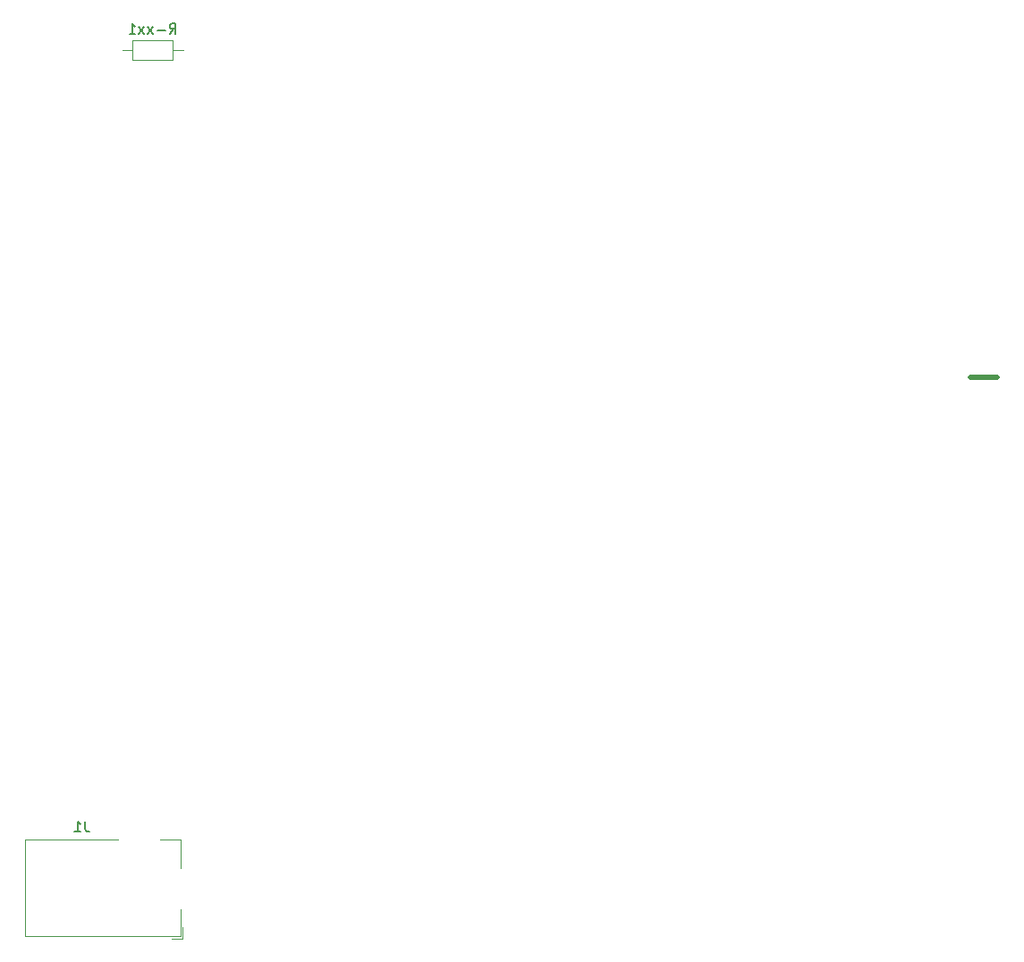
<source format=gbr>
%TF.GenerationSoftware,KiCad,Pcbnew,(6.0.2)*%
%TF.CreationDate,2022-08-16T14:22:19+04:00*%
%TF.ProjectId,ClockPCB,436c6f63-6b50-4434-922e-6b696361645f,rev?*%
%TF.SameCoordinates,Original*%
%TF.FileFunction,Legend,Bot*%
%TF.FilePolarity,Positive*%
%FSLAX46Y46*%
G04 Gerber Fmt 4.6, Leading zero omitted, Abs format (unit mm)*
G04 Created by KiCad (PCBNEW (6.0.2)) date 2022-08-16 14:22:19*
%MOMM*%
%LPD*%
G01*
G04 APERTURE LIST*
%ADD10C,0.500000*%
%ADD11C,0.150000*%
%ADD12C,0.120000*%
G04 APERTURE END LIST*
D10*
X106500000Y-59600000D02*
X109000000Y-59600000D01*
D11*
%TO.C,J1*%
X22683333Y-101602380D02*
X22683333Y-102316666D01*
X22730952Y-102459523D01*
X22826190Y-102554761D01*
X22969047Y-102602380D01*
X23064285Y-102602380D01*
X21683333Y-102602380D02*
X22254761Y-102602380D01*
X21969047Y-102602380D02*
X21969047Y-101602380D01*
X22064285Y-101745238D01*
X22159523Y-101840476D01*
X22254761Y-101888095D01*
%TO.C,R-xx1*%
X30685238Y-27052380D02*
X31018571Y-26576190D01*
X31256666Y-27052380D02*
X31256666Y-26052380D01*
X30875714Y-26052380D01*
X30780476Y-26100000D01*
X30732857Y-26147619D01*
X30685238Y-26242857D01*
X30685238Y-26385714D01*
X30732857Y-26480952D01*
X30780476Y-26528571D01*
X30875714Y-26576190D01*
X31256666Y-26576190D01*
X30256666Y-26671428D02*
X29494761Y-26671428D01*
X29113809Y-27052380D02*
X28590000Y-26385714D01*
X29113809Y-26385714D02*
X28590000Y-27052380D01*
X28304285Y-27052380D02*
X27780476Y-26385714D01*
X28304285Y-26385714D02*
X27780476Y-27052380D01*
X26875714Y-27052380D02*
X27447142Y-27052380D01*
X27161428Y-27052380D02*
X27161428Y-26052380D01*
X27256666Y-26195238D01*
X27351904Y-26290476D01*
X27447142Y-26338095D01*
D12*
%TO.C,J1*%
X17000000Y-112500000D02*
X31700000Y-112500000D01*
X17000000Y-103300000D02*
X17000000Y-112500000D01*
X31700000Y-103300000D02*
X29800000Y-103300000D01*
X31700000Y-106000000D02*
X31700000Y-103300000D01*
X31700000Y-112500000D02*
X31700000Y-109900000D01*
X25800000Y-103300000D02*
X17000000Y-103300000D01*
X31900000Y-111650000D02*
X31900000Y-112700000D01*
X30850000Y-112700000D02*
X31900000Y-112700000D01*
%TO.C,R-xx1*%
X27170000Y-29520000D02*
X27170000Y-27680000D01*
X27170000Y-27680000D02*
X31010000Y-27680000D01*
X31010000Y-29520000D02*
X27170000Y-29520000D01*
X26220000Y-28600000D02*
X27170000Y-28600000D01*
X31010000Y-27680000D02*
X31010000Y-29520000D01*
X31960000Y-28600000D02*
X31010000Y-28600000D01*
%TD*%
M02*

</source>
